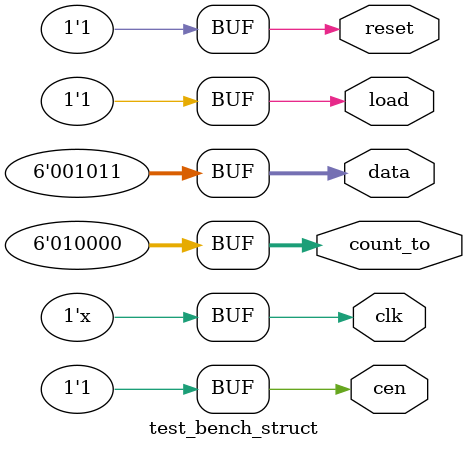
<source format=v>
module test_bench_struct(data, count_to, load, cen, clk, reset);

parameter width = 6;

output [width-1 : 0] data;
output [width-1 : 0] count_to;
output load;
output cen;
output clk;
output reset;


reg [width-1 : 0] data;
reg [width-1 : 0] count_to;
reg load;
reg cen;
reg clk;
reg reset;


initial
begin
	reset = 0;
	clk = 0;
	data = 6'b001011;
	cen =0;
	load = 0;
	count_to = 6'b010000;
#2  reset = 1;
#70 cen =1;
#50 load =1;
#100 cen = 0;
#140 cen = 1;
#170 load = 0;
#200 load = 1;


end

always 
  #2 clk <= ~clk;
  
  
 endmodule


</source>
